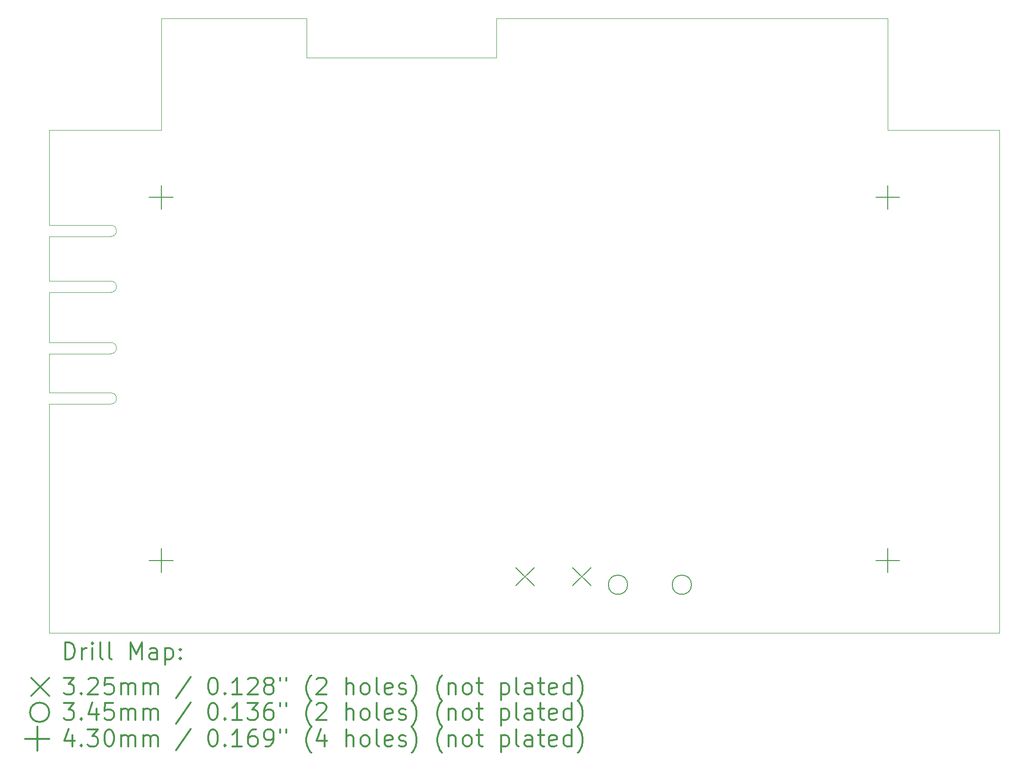
<source format=gbr>
%FSLAX45Y45*%
G04 Gerber Fmt 4.5, Leading zero omitted, Abs format (unit mm)*
G04 Created by KiCad (PCBNEW (5.1.9)-1) date 2021-04-25 02:37:30*
%MOMM*%
%LPD*%
G01*
G04 APERTURE LIST*
%TA.AperFunction,Profile*%
%ADD10C,0.050000*%
%TD*%
%ADD11C,0.200000*%
%ADD12C,0.300000*%
G04 APERTURE END LIST*
D10*
X6100000Y-9800000D02*
G75*
G02*
X6100000Y-10000000I0J-100000D01*
G01*
X6100000Y-10700000D02*
G75*
G02*
X6100000Y-10900000I0J-100000D01*
G01*
X6100000Y-10900000D02*
X5000000Y-10900000D01*
X5000000Y-10700000D02*
X6100000Y-10700000D01*
X5000000Y-10000000D02*
X5000000Y-10700000D01*
X6100000Y-10000000D02*
X5000000Y-10000000D01*
X5000000Y-9800000D02*
X6100000Y-9800000D01*
X6100000Y-7700000D02*
G75*
G02*
X6100000Y-7900000I0J-100000D01*
G01*
X6100000Y-8700000D02*
G75*
G02*
X6100000Y-8900000I0J-100000D01*
G01*
X6100000Y-8900000D02*
X5000000Y-8900000D01*
X5000000Y-8700000D02*
X6100000Y-8700000D01*
X6100000Y-7700000D02*
X5000000Y-7700000D01*
X5000000Y-7900000D02*
X6100000Y-7900000D01*
X5000000Y-8700000D02*
X5000000Y-7900000D01*
X5000000Y-9800000D02*
X5000000Y-8900000D01*
X5000000Y-7700000D02*
X5000000Y-6000000D01*
X13000000Y-4700000D02*
X13000000Y-4000000D01*
X9600000Y-4700000D02*
X13000000Y-4700000D01*
X9600000Y-4000000D02*
X9600000Y-4700000D01*
X13000000Y-4000000D02*
X20000000Y-4000000D01*
X20000000Y-6000000D02*
X22000000Y-6000000D01*
X20000000Y-4000000D02*
X20000000Y-6000000D01*
X7000000Y-4000000D02*
X9600000Y-4000000D01*
X7000000Y-6000000D02*
X7000000Y-4000000D01*
X5000000Y-6000000D02*
X7000000Y-6000000D01*
X5000000Y-15000000D02*
X5000000Y-10900000D01*
X22000000Y-15000000D02*
X22000000Y-6000000D01*
X5000000Y-15000000D02*
X22000000Y-15000000D01*
D11*
X13346500Y-13826500D02*
X13671500Y-14151500D01*
X13671500Y-13826500D02*
X13346500Y-14151500D01*
X14362500Y-13826500D02*
X14687500Y-14151500D01*
X14687500Y-13826500D02*
X14362500Y-14151500D01*
X15345500Y-14135000D02*
G75*
G03*
X15345500Y-14135000I-172500J0D01*
G01*
X16488500Y-14135000D02*
G75*
G03*
X16488500Y-14135000I-172500J0D01*
G01*
X7000000Y-6985000D02*
X7000000Y-7415000D01*
X6785000Y-7200000D02*
X7215000Y-7200000D01*
X7000000Y-13485000D02*
X7000000Y-13915000D01*
X6785000Y-13700000D02*
X7215000Y-13700000D01*
X20000000Y-6985000D02*
X20000000Y-7415000D01*
X19785000Y-7200000D02*
X20215000Y-7200000D01*
X20000000Y-13485000D02*
X20000000Y-13915000D01*
X19785000Y-13700000D02*
X20215000Y-13700000D01*
D12*
X5283928Y-15468214D02*
X5283928Y-15168214D01*
X5355357Y-15168214D01*
X5398214Y-15182500D01*
X5426786Y-15211071D01*
X5441071Y-15239643D01*
X5455357Y-15296786D01*
X5455357Y-15339643D01*
X5441071Y-15396786D01*
X5426786Y-15425357D01*
X5398214Y-15453929D01*
X5355357Y-15468214D01*
X5283928Y-15468214D01*
X5583928Y-15468214D02*
X5583928Y-15268214D01*
X5583928Y-15325357D02*
X5598214Y-15296786D01*
X5612500Y-15282500D01*
X5641071Y-15268214D01*
X5669643Y-15268214D01*
X5769643Y-15468214D02*
X5769643Y-15268214D01*
X5769643Y-15168214D02*
X5755357Y-15182500D01*
X5769643Y-15196786D01*
X5783928Y-15182500D01*
X5769643Y-15168214D01*
X5769643Y-15196786D01*
X5955357Y-15468214D02*
X5926786Y-15453929D01*
X5912500Y-15425357D01*
X5912500Y-15168214D01*
X6112500Y-15468214D02*
X6083928Y-15453929D01*
X6069643Y-15425357D01*
X6069643Y-15168214D01*
X6455357Y-15468214D02*
X6455357Y-15168214D01*
X6555357Y-15382500D01*
X6655357Y-15168214D01*
X6655357Y-15468214D01*
X6926786Y-15468214D02*
X6926786Y-15311071D01*
X6912500Y-15282500D01*
X6883928Y-15268214D01*
X6826786Y-15268214D01*
X6798214Y-15282500D01*
X6926786Y-15453929D02*
X6898214Y-15468214D01*
X6826786Y-15468214D01*
X6798214Y-15453929D01*
X6783928Y-15425357D01*
X6783928Y-15396786D01*
X6798214Y-15368214D01*
X6826786Y-15353929D01*
X6898214Y-15353929D01*
X6926786Y-15339643D01*
X7069643Y-15268214D02*
X7069643Y-15568214D01*
X7069643Y-15282500D02*
X7098214Y-15268214D01*
X7155357Y-15268214D01*
X7183928Y-15282500D01*
X7198214Y-15296786D01*
X7212500Y-15325357D01*
X7212500Y-15411071D01*
X7198214Y-15439643D01*
X7183928Y-15453929D01*
X7155357Y-15468214D01*
X7098214Y-15468214D01*
X7069643Y-15453929D01*
X7341071Y-15439643D02*
X7355357Y-15453929D01*
X7341071Y-15468214D01*
X7326786Y-15453929D01*
X7341071Y-15439643D01*
X7341071Y-15468214D01*
X7341071Y-15282500D02*
X7355357Y-15296786D01*
X7341071Y-15311071D01*
X7326786Y-15296786D01*
X7341071Y-15282500D01*
X7341071Y-15311071D01*
X4672500Y-15800000D02*
X4997500Y-16125000D01*
X4997500Y-15800000D02*
X4672500Y-16125000D01*
X5255357Y-15798214D02*
X5441071Y-15798214D01*
X5341071Y-15912500D01*
X5383928Y-15912500D01*
X5412500Y-15926786D01*
X5426786Y-15941071D01*
X5441071Y-15969643D01*
X5441071Y-16041071D01*
X5426786Y-16069643D01*
X5412500Y-16083929D01*
X5383928Y-16098214D01*
X5298214Y-16098214D01*
X5269643Y-16083929D01*
X5255357Y-16069643D01*
X5569643Y-16069643D02*
X5583928Y-16083929D01*
X5569643Y-16098214D01*
X5555357Y-16083929D01*
X5569643Y-16069643D01*
X5569643Y-16098214D01*
X5698214Y-15826786D02*
X5712500Y-15812500D01*
X5741071Y-15798214D01*
X5812500Y-15798214D01*
X5841071Y-15812500D01*
X5855357Y-15826786D01*
X5869643Y-15855357D01*
X5869643Y-15883929D01*
X5855357Y-15926786D01*
X5683928Y-16098214D01*
X5869643Y-16098214D01*
X6141071Y-15798214D02*
X5998214Y-15798214D01*
X5983928Y-15941071D01*
X5998214Y-15926786D01*
X6026786Y-15912500D01*
X6098214Y-15912500D01*
X6126786Y-15926786D01*
X6141071Y-15941071D01*
X6155357Y-15969643D01*
X6155357Y-16041071D01*
X6141071Y-16069643D01*
X6126786Y-16083929D01*
X6098214Y-16098214D01*
X6026786Y-16098214D01*
X5998214Y-16083929D01*
X5983928Y-16069643D01*
X6283928Y-16098214D02*
X6283928Y-15898214D01*
X6283928Y-15926786D02*
X6298214Y-15912500D01*
X6326786Y-15898214D01*
X6369643Y-15898214D01*
X6398214Y-15912500D01*
X6412500Y-15941071D01*
X6412500Y-16098214D01*
X6412500Y-15941071D02*
X6426786Y-15912500D01*
X6455357Y-15898214D01*
X6498214Y-15898214D01*
X6526786Y-15912500D01*
X6541071Y-15941071D01*
X6541071Y-16098214D01*
X6683928Y-16098214D02*
X6683928Y-15898214D01*
X6683928Y-15926786D02*
X6698214Y-15912500D01*
X6726786Y-15898214D01*
X6769643Y-15898214D01*
X6798214Y-15912500D01*
X6812500Y-15941071D01*
X6812500Y-16098214D01*
X6812500Y-15941071D02*
X6826786Y-15912500D01*
X6855357Y-15898214D01*
X6898214Y-15898214D01*
X6926786Y-15912500D01*
X6941071Y-15941071D01*
X6941071Y-16098214D01*
X7526786Y-15783929D02*
X7269643Y-16169643D01*
X7912500Y-15798214D02*
X7941071Y-15798214D01*
X7969643Y-15812500D01*
X7983928Y-15826786D01*
X7998214Y-15855357D01*
X8012500Y-15912500D01*
X8012500Y-15983929D01*
X7998214Y-16041071D01*
X7983928Y-16069643D01*
X7969643Y-16083929D01*
X7941071Y-16098214D01*
X7912500Y-16098214D01*
X7883928Y-16083929D01*
X7869643Y-16069643D01*
X7855357Y-16041071D01*
X7841071Y-15983929D01*
X7841071Y-15912500D01*
X7855357Y-15855357D01*
X7869643Y-15826786D01*
X7883928Y-15812500D01*
X7912500Y-15798214D01*
X8141071Y-16069643D02*
X8155357Y-16083929D01*
X8141071Y-16098214D01*
X8126786Y-16083929D01*
X8141071Y-16069643D01*
X8141071Y-16098214D01*
X8441071Y-16098214D02*
X8269643Y-16098214D01*
X8355357Y-16098214D02*
X8355357Y-15798214D01*
X8326786Y-15841071D01*
X8298214Y-15869643D01*
X8269643Y-15883929D01*
X8555357Y-15826786D02*
X8569643Y-15812500D01*
X8598214Y-15798214D01*
X8669643Y-15798214D01*
X8698214Y-15812500D01*
X8712500Y-15826786D01*
X8726786Y-15855357D01*
X8726786Y-15883929D01*
X8712500Y-15926786D01*
X8541071Y-16098214D01*
X8726786Y-16098214D01*
X8898214Y-15926786D02*
X8869643Y-15912500D01*
X8855357Y-15898214D01*
X8841071Y-15869643D01*
X8841071Y-15855357D01*
X8855357Y-15826786D01*
X8869643Y-15812500D01*
X8898214Y-15798214D01*
X8955357Y-15798214D01*
X8983928Y-15812500D01*
X8998214Y-15826786D01*
X9012500Y-15855357D01*
X9012500Y-15869643D01*
X8998214Y-15898214D01*
X8983928Y-15912500D01*
X8955357Y-15926786D01*
X8898214Y-15926786D01*
X8869643Y-15941071D01*
X8855357Y-15955357D01*
X8841071Y-15983929D01*
X8841071Y-16041071D01*
X8855357Y-16069643D01*
X8869643Y-16083929D01*
X8898214Y-16098214D01*
X8955357Y-16098214D01*
X8983928Y-16083929D01*
X8998214Y-16069643D01*
X9012500Y-16041071D01*
X9012500Y-15983929D01*
X8998214Y-15955357D01*
X8983928Y-15941071D01*
X8955357Y-15926786D01*
X9126786Y-15798214D02*
X9126786Y-15855357D01*
X9241071Y-15798214D02*
X9241071Y-15855357D01*
X9683928Y-16212500D02*
X9669643Y-16198214D01*
X9641071Y-16155357D01*
X9626786Y-16126786D01*
X9612500Y-16083929D01*
X9598214Y-16012500D01*
X9598214Y-15955357D01*
X9612500Y-15883929D01*
X9626786Y-15841071D01*
X9641071Y-15812500D01*
X9669643Y-15769643D01*
X9683928Y-15755357D01*
X9783928Y-15826786D02*
X9798214Y-15812500D01*
X9826786Y-15798214D01*
X9898214Y-15798214D01*
X9926786Y-15812500D01*
X9941071Y-15826786D01*
X9955357Y-15855357D01*
X9955357Y-15883929D01*
X9941071Y-15926786D01*
X9769643Y-16098214D01*
X9955357Y-16098214D01*
X10312500Y-16098214D02*
X10312500Y-15798214D01*
X10441071Y-16098214D02*
X10441071Y-15941071D01*
X10426786Y-15912500D01*
X10398214Y-15898214D01*
X10355357Y-15898214D01*
X10326786Y-15912500D01*
X10312500Y-15926786D01*
X10626786Y-16098214D02*
X10598214Y-16083929D01*
X10583928Y-16069643D01*
X10569643Y-16041071D01*
X10569643Y-15955357D01*
X10583928Y-15926786D01*
X10598214Y-15912500D01*
X10626786Y-15898214D01*
X10669643Y-15898214D01*
X10698214Y-15912500D01*
X10712500Y-15926786D01*
X10726786Y-15955357D01*
X10726786Y-16041071D01*
X10712500Y-16069643D01*
X10698214Y-16083929D01*
X10669643Y-16098214D01*
X10626786Y-16098214D01*
X10898214Y-16098214D02*
X10869643Y-16083929D01*
X10855357Y-16055357D01*
X10855357Y-15798214D01*
X11126786Y-16083929D02*
X11098214Y-16098214D01*
X11041071Y-16098214D01*
X11012500Y-16083929D01*
X10998214Y-16055357D01*
X10998214Y-15941071D01*
X11012500Y-15912500D01*
X11041071Y-15898214D01*
X11098214Y-15898214D01*
X11126786Y-15912500D01*
X11141071Y-15941071D01*
X11141071Y-15969643D01*
X10998214Y-15998214D01*
X11255357Y-16083929D02*
X11283928Y-16098214D01*
X11341071Y-16098214D01*
X11369643Y-16083929D01*
X11383928Y-16055357D01*
X11383928Y-16041071D01*
X11369643Y-16012500D01*
X11341071Y-15998214D01*
X11298214Y-15998214D01*
X11269643Y-15983929D01*
X11255357Y-15955357D01*
X11255357Y-15941071D01*
X11269643Y-15912500D01*
X11298214Y-15898214D01*
X11341071Y-15898214D01*
X11369643Y-15912500D01*
X11483928Y-16212500D02*
X11498214Y-16198214D01*
X11526786Y-16155357D01*
X11541071Y-16126786D01*
X11555357Y-16083929D01*
X11569643Y-16012500D01*
X11569643Y-15955357D01*
X11555357Y-15883929D01*
X11541071Y-15841071D01*
X11526786Y-15812500D01*
X11498214Y-15769643D01*
X11483928Y-15755357D01*
X12026786Y-16212500D02*
X12012500Y-16198214D01*
X11983928Y-16155357D01*
X11969643Y-16126786D01*
X11955357Y-16083929D01*
X11941071Y-16012500D01*
X11941071Y-15955357D01*
X11955357Y-15883929D01*
X11969643Y-15841071D01*
X11983928Y-15812500D01*
X12012500Y-15769643D01*
X12026786Y-15755357D01*
X12141071Y-15898214D02*
X12141071Y-16098214D01*
X12141071Y-15926786D02*
X12155357Y-15912500D01*
X12183928Y-15898214D01*
X12226786Y-15898214D01*
X12255357Y-15912500D01*
X12269643Y-15941071D01*
X12269643Y-16098214D01*
X12455357Y-16098214D02*
X12426786Y-16083929D01*
X12412500Y-16069643D01*
X12398214Y-16041071D01*
X12398214Y-15955357D01*
X12412500Y-15926786D01*
X12426786Y-15912500D01*
X12455357Y-15898214D01*
X12498214Y-15898214D01*
X12526786Y-15912500D01*
X12541071Y-15926786D01*
X12555357Y-15955357D01*
X12555357Y-16041071D01*
X12541071Y-16069643D01*
X12526786Y-16083929D01*
X12498214Y-16098214D01*
X12455357Y-16098214D01*
X12641071Y-15898214D02*
X12755357Y-15898214D01*
X12683928Y-15798214D02*
X12683928Y-16055357D01*
X12698214Y-16083929D01*
X12726786Y-16098214D01*
X12755357Y-16098214D01*
X13083928Y-15898214D02*
X13083928Y-16198214D01*
X13083928Y-15912500D02*
X13112500Y-15898214D01*
X13169643Y-15898214D01*
X13198214Y-15912500D01*
X13212500Y-15926786D01*
X13226786Y-15955357D01*
X13226786Y-16041071D01*
X13212500Y-16069643D01*
X13198214Y-16083929D01*
X13169643Y-16098214D01*
X13112500Y-16098214D01*
X13083928Y-16083929D01*
X13398214Y-16098214D02*
X13369643Y-16083929D01*
X13355357Y-16055357D01*
X13355357Y-15798214D01*
X13641071Y-16098214D02*
X13641071Y-15941071D01*
X13626786Y-15912500D01*
X13598214Y-15898214D01*
X13541071Y-15898214D01*
X13512500Y-15912500D01*
X13641071Y-16083929D02*
X13612500Y-16098214D01*
X13541071Y-16098214D01*
X13512500Y-16083929D01*
X13498214Y-16055357D01*
X13498214Y-16026786D01*
X13512500Y-15998214D01*
X13541071Y-15983929D01*
X13612500Y-15983929D01*
X13641071Y-15969643D01*
X13741071Y-15898214D02*
X13855357Y-15898214D01*
X13783928Y-15798214D02*
X13783928Y-16055357D01*
X13798214Y-16083929D01*
X13826786Y-16098214D01*
X13855357Y-16098214D01*
X14069643Y-16083929D02*
X14041071Y-16098214D01*
X13983928Y-16098214D01*
X13955357Y-16083929D01*
X13941071Y-16055357D01*
X13941071Y-15941071D01*
X13955357Y-15912500D01*
X13983928Y-15898214D01*
X14041071Y-15898214D01*
X14069643Y-15912500D01*
X14083928Y-15941071D01*
X14083928Y-15969643D01*
X13941071Y-15998214D01*
X14341071Y-16098214D02*
X14341071Y-15798214D01*
X14341071Y-16083929D02*
X14312500Y-16098214D01*
X14255357Y-16098214D01*
X14226786Y-16083929D01*
X14212500Y-16069643D01*
X14198214Y-16041071D01*
X14198214Y-15955357D01*
X14212500Y-15926786D01*
X14226786Y-15912500D01*
X14255357Y-15898214D01*
X14312500Y-15898214D01*
X14341071Y-15912500D01*
X14455357Y-16212500D02*
X14469643Y-16198214D01*
X14498214Y-16155357D01*
X14512500Y-16126786D01*
X14526786Y-16083929D01*
X14541071Y-16012500D01*
X14541071Y-15955357D01*
X14526786Y-15883929D01*
X14512500Y-15841071D01*
X14498214Y-15812500D01*
X14469643Y-15769643D01*
X14455357Y-15755357D01*
X4997500Y-16417500D02*
G75*
G03*
X4997500Y-16417500I-172500J0D01*
G01*
X5255357Y-16253214D02*
X5441071Y-16253214D01*
X5341071Y-16367500D01*
X5383928Y-16367500D01*
X5412500Y-16381786D01*
X5426786Y-16396071D01*
X5441071Y-16424643D01*
X5441071Y-16496071D01*
X5426786Y-16524643D01*
X5412500Y-16538929D01*
X5383928Y-16553214D01*
X5298214Y-16553214D01*
X5269643Y-16538929D01*
X5255357Y-16524643D01*
X5569643Y-16524643D02*
X5583928Y-16538929D01*
X5569643Y-16553214D01*
X5555357Y-16538929D01*
X5569643Y-16524643D01*
X5569643Y-16553214D01*
X5841071Y-16353214D02*
X5841071Y-16553214D01*
X5769643Y-16238929D02*
X5698214Y-16453214D01*
X5883928Y-16453214D01*
X6141071Y-16253214D02*
X5998214Y-16253214D01*
X5983928Y-16396071D01*
X5998214Y-16381786D01*
X6026786Y-16367500D01*
X6098214Y-16367500D01*
X6126786Y-16381786D01*
X6141071Y-16396071D01*
X6155357Y-16424643D01*
X6155357Y-16496071D01*
X6141071Y-16524643D01*
X6126786Y-16538929D01*
X6098214Y-16553214D01*
X6026786Y-16553214D01*
X5998214Y-16538929D01*
X5983928Y-16524643D01*
X6283928Y-16553214D02*
X6283928Y-16353214D01*
X6283928Y-16381786D02*
X6298214Y-16367500D01*
X6326786Y-16353214D01*
X6369643Y-16353214D01*
X6398214Y-16367500D01*
X6412500Y-16396071D01*
X6412500Y-16553214D01*
X6412500Y-16396071D02*
X6426786Y-16367500D01*
X6455357Y-16353214D01*
X6498214Y-16353214D01*
X6526786Y-16367500D01*
X6541071Y-16396071D01*
X6541071Y-16553214D01*
X6683928Y-16553214D02*
X6683928Y-16353214D01*
X6683928Y-16381786D02*
X6698214Y-16367500D01*
X6726786Y-16353214D01*
X6769643Y-16353214D01*
X6798214Y-16367500D01*
X6812500Y-16396071D01*
X6812500Y-16553214D01*
X6812500Y-16396071D02*
X6826786Y-16367500D01*
X6855357Y-16353214D01*
X6898214Y-16353214D01*
X6926786Y-16367500D01*
X6941071Y-16396071D01*
X6941071Y-16553214D01*
X7526786Y-16238929D02*
X7269643Y-16624643D01*
X7912500Y-16253214D02*
X7941071Y-16253214D01*
X7969643Y-16267500D01*
X7983928Y-16281786D01*
X7998214Y-16310357D01*
X8012500Y-16367500D01*
X8012500Y-16438929D01*
X7998214Y-16496071D01*
X7983928Y-16524643D01*
X7969643Y-16538929D01*
X7941071Y-16553214D01*
X7912500Y-16553214D01*
X7883928Y-16538929D01*
X7869643Y-16524643D01*
X7855357Y-16496071D01*
X7841071Y-16438929D01*
X7841071Y-16367500D01*
X7855357Y-16310357D01*
X7869643Y-16281786D01*
X7883928Y-16267500D01*
X7912500Y-16253214D01*
X8141071Y-16524643D02*
X8155357Y-16538929D01*
X8141071Y-16553214D01*
X8126786Y-16538929D01*
X8141071Y-16524643D01*
X8141071Y-16553214D01*
X8441071Y-16553214D02*
X8269643Y-16553214D01*
X8355357Y-16553214D02*
X8355357Y-16253214D01*
X8326786Y-16296071D01*
X8298214Y-16324643D01*
X8269643Y-16338929D01*
X8541071Y-16253214D02*
X8726786Y-16253214D01*
X8626786Y-16367500D01*
X8669643Y-16367500D01*
X8698214Y-16381786D01*
X8712500Y-16396071D01*
X8726786Y-16424643D01*
X8726786Y-16496071D01*
X8712500Y-16524643D01*
X8698214Y-16538929D01*
X8669643Y-16553214D01*
X8583928Y-16553214D01*
X8555357Y-16538929D01*
X8541071Y-16524643D01*
X8983928Y-16253214D02*
X8926786Y-16253214D01*
X8898214Y-16267500D01*
X8883928Y-16281786D01*
X8855357Y-16324643D01*
X8841071Y-16381786D01*
X8841071Y-16496071D01*
X8855357Y-16524643D01*
X8869643Y-16538929D01*
X8898214Y-16553214D01*
X8955357Y-16553214D01*
X8983928Y-16538929D01*
X8998214Y-16524643D01*
X9012500Y-16496071D01*
X9012500Y-16424643D01*
X8998214Y-16396071D01*
X8983928Y-16381786D01*
X8955357Y-16367500D01*
X8898214Y-16367500D01*
X8869643Y-16381786D01*
X8855357Y-16396071D01*
X8841071Y-16424643D01*
X9126786Y-16253214D02*
X9126786Y-16310357D01*
X9241071Y-16253214D02*
X9241071Y-16310357D01*
X9683928Y-16667500D02*
X9669643Y-16653214D01*
X9641071Y-16610357D01*
X9626786Y-16581786D01*
X9612500Y-16538929D01*
X9598214Y-16467500D01*
X9598214Y-16410357D01*
X9612500Y-16338929D01*
X9626786Y-16296071D01*
X9641071Y-16267500D01*
X9669643Y-16224643D01*
X9683928Y-16210357D01*
X9783928Y-16281786D02*
X9798214Y-16267500D01*
X9826786Y-16253214D01*
X9898214Y-16253214D01*
X9926786Y-16267500D01*
X9941071Y-16281786D01*
X9955357Y-16310357D01*
X9955357Y-16338929D01*
X9941071Y-16381786D01*
X9769643Y-16553214D01*
X9955357Y-16553214D01*
X10312500Y-16553214D02*
X10312500Y-16253214D01*
X10441071Y-16553214D02*
X10441071Y-16396071D01*
X10426786Y-16367500D01*
X10398214Y-16353214D01*
X10355357Y-16353214D01*
X10326786Y-16367500D01*
X10312500Y-16381786D01*
X10626786Y-16553214D02*
X10598214Y-16538929D01*
X10583928Y-16524643D01*
X10569643Y-16496071D01*
X10569643Y-16410357D01*
X10583928Y-16381786D01*
X10598214Y-16367500D01*
X10626786Y-16353214D01*
X10669643Y-16353214D01*
X10698214Y-16367500D01*
X10712500Y-16381786D01*
X10726786Y-16410357D01*
X10726786Y-16496071D01*
X10712500Y-16524643D01*
X10698214Y-16538929D01*
X10669643Y-16553214D01*
X10626786Y-16553214D01*
X10898214Y-16553214D02*
X10869643Y-16538929D01*
X10855357Y-16510357D01*
X10855357Y-16253214D01*
X11126786Y-16538929D02*
X11098214Y-16553214D01*
X11041071Y-16553214D01*
X11012500Y-16538929D01*
X10998214Y-16510357D01*
X10998214Y-16396071D01*
X11012500Y-16367500D01*
X11041071Y-16353214D01*
X11098214Y-16353214D01*
X11126786Y-16367500D01*
X11141071Y-16396071D01*
X11141071Y-16424643D01*
X10998214Y-16453214D01*
X11255357Y-16538929D02*
X11283928Y-16553214D01*
X11341071Y-16553214D01*
X11369643Y-16538929D01*
X11383928Y-16510357D01*
X11383928Y-16496071D01*
X11369643Y-16467500D01*
X11341071Y-16453214D01*
X11298214Y-16453214D01*
X11269643Y-16438929D01*
X11255357Y-16410357D01*
X11255357Y-16396071D01*
X11269643Y-16367500D01*
X11298214Y-16353214D01*
X11341071Y-16353214D01*
X11369643Y-16367500D01*
X11483928Y-16667500D02*
X11498214Y-16653214D01*
X11526786Y-16610357D01*
X11541071Y-16581786D01*
X11555357Y-16538929D01*
X11569643Y-16467500D01*
X11569643Y-16410357D01*
X11555357Y-16338929D01*
X11541071Y-16296071D01*
X11526786Y-16267500D01*
X11498214Y-16224643D01*
X11483928Y-16210357D01*
X12026786Y-16667500D02*
X12012500Y-16653214D01*
X11983928Y-16610357D01*
X11969643Y-16581786D01*
X11955357Y-16538929D01*
X11941071Y-16467500D01*
X11941071Y-16410357D01*
X11955357Y-16338929D01*
X11969643Y-16296071D01*
X11983928Y-16267500D01*
X12012500Y-16224643D01*
X12026786Y-16210357D01*
X12141071Y-16353214D02*
X12141071Y-16553214D01*
X12141071Y-16381786D02*
X12155357Y-16367500D01*
X12183928Y-16353214D01*
X12226786Y-16353214D01*
X12255357Y-16367500D01*
X12269643Y-16396071D01*
X12269643Y-16553214D01*
X12455357Y-16553214D02*
X12426786Y-16538929D01*
X12412500Y-16524643D01*
X12398214Y-16496071D01*
X12398214Y-16410357D01*
X12412500Y-16381786D01*
X12426786Y-16367500D01*
X12455357Y-16353214D01*
X12498214Y-16353214D01*
X12526786Y-16367500D01*
X12541071Y-16381786D01*
X12555357Y-16410357D01*
X12555357Y-16496071D01*
X12541071Y-16524643D01*
X12526786Y-16538929D01*
X12498214Y-16553214D01*
X12455357Y-16553214D01*
X12641071Y-16353214D02*
X12755357Y-16353214D01*
X12683928Y-16253214D02*
X12683928Y-16510357D01*
X12698214Y-16538929D01*
X12726786Y-16553214D01*
X12755357Y-16553214D01*
X13083928Y-16353214D02*
X13083928Y-16653214D01*
X13083928Y-16367500D02*
X13112500Y-16353214D01*
X13169643Y-16353214D01*
X13198214Y-16367500D01*
X13212500Y-16381786D01*
X13226786Y-16410357D01*
X13226786Y-16496071D01*
X13212500Y-16524643D01*
X13198214Y-16538929D01*
X13169643Y-16553214D01*
X13112500Y-16553214D01*
X13083928Y-16538929D01*
X13398214Y-16553214D02*
X13369643Y-16538929D01*
X13355357Y-16510357D01*
X13355357Y-16253214D01*
X13641071Y-16553214D02*
X13641071Y-16396071D01*
X13626786Y-16367500D01*
X13598214Y-16353214D01*
X13541071Y-16353214D01*
X13512500Y-16367500D01*
X13641071Y-16538929D02*
X13612500Y-16553214D01*
X13541071Y-16553214D01*
X13512500Y-16538929D01*
X13498214Y-16510357D01*
X13498214Y-16481786D01*
X13512500Y-16453214D01*
X13541071Y-16438929D01*
X13612500Y-16438929D01*
X13641071Y-16424643D01*
X13741071Y-16353214D02*
X13855357Y-16353214D01*
X13783928Y-16253214D02*
X13783928Y-16510357D01*
X13798214Y-16538929D01*
X13826786Y-16553214D01*
X13855357Y-16553214D01*
X14069643Y-16538929D02*
X14041071Y-16553214D01*
X13983928Y-16553214D01*
X13955357Y-16538929D01*
X13941071Y-16510357D01*
X13941071Y-16396071D01*
X13955357Y-16367500D01*
X13983928Y-16353214D01*
X14041071Y-16353214D01*
X14069643Y-16367500D01*
X14083928Y-16396071D01*
X14083928Y-16424643D01*
X13941071Y-16453214D01*
X14341071Y-16553214D02*
X14341071Y-16253214D01*
X14341071Y-16538929D02*
X14312500Y-16553214D01*
X14255357Y-16553214D01*
X14226786Y-16538929D01*
X14212500Y-16524643D01*
X14198214Y-16496071D01*
X14198214Y-16410357D01*
X14212500Y-16381786D01*
X14226786Y-16367500D01*
X14255357Y-16353214D01*
X14312500Y-16353214D01*
X14341071Y-16367500D01*
X14455357Y-16667500D02*
X14469643Y-16653214D01*
X14498214Y-16610357D01*
X14512500Y-16581786D01*
X14526786Y-16538929D01*
X14541071Y-16467500D01*
X14541071Y-16410357D01*
X14526786Y-16338929D01*
X14512500Y-16296071D01*
X14498214Y-16267500D01*
X14469643Y-16224643D01*
X14455357Y-16210357D01*
X4782500Y-16677500D02*
X4782500Y-17107500D01*
X4567500Y-16892500D02*
X4997500Y-16892500D01*
X5412500Y-16828214D02*
X5412500Y-17028214D01*
X5341071Y-16713929D02*
X5269643Y-16928214D01*
X5455357Y-16928214D01*
X5569643Y-16999643D02*
X5583928Y-17013929D01*
X5569643Y-17028214D01*
X5555357Y-17013929D01*
X5569643Y-16999643D01*
X5569643Y-17028214D01*
X5683928Y-16728214D02*
X5869643Y-16728214D01*
X5769643Y-16842500D01*
X5812500Y-16842500D01*
X5841071Y-16856786D01*
X5855357Y-16871072D01*
X5869643Y-16899643D01*
X5869643Y-16971072D01*
X5855357Y-16999643D01*
X5841071Y-17013929D01*
X5812500Y-17028214D01*
X5726786Y-17028214D01*
X5698214Y-17013929D01*
X5683928Y-16999643D01*
X6055357Y-16728214D02*
X6083928Y-16728214D01*
X6112500Y-16742500D01*
X6126786Y-16756786D01*
X6141071Y-16785357D01*
X6155357Y-16842500D01*
X6155357Y-16913929D01*
X6141071Y-16971072D01*
X6126786Y-16999643D01*
X6112500Y-17013929D01*
X6083928Y-17028214D01*
X6055357Y-17028214D01*
X6026786Y-17013929D01*
X6012500Y-16999643D01*
X5998214Y-16971072D01*
X5983928Y-16913929D01*
X5983928Y-16842500D01*
X5998214Y-16785357D01*
X6012500Y-16756786D01*
X6026786Y-16742500D01*
X6055357Y-16728214D01*
X6283928Y-17028214D02*
X6283928Y-16828214D01*
X6283928Y-16856786D02*
X6298214Y-16842500D01*
X6326786Y-16828214D01*
X6369643Y-16828214D01*
X6398214Y-16842500D01*
X6412500Y-16871072D01*
X6412500Y-17028214D01*
X6412500Y-16871072D02*
X6426786Y-16842500D01*
X6455357Y-16828214D01*
X6498214Y-16828214D01*
X6526786Y-16842500D01*
X6541071Y-16871072D01*
X6541071Y-17028214D01*
X6683928Y-17028214D02*
X6683928Y-16828214D01*
X6683928Y-16856786D02*
X6698214Y-16842500D01*
X6726786Y-16828214D01*
X6769643Y-16828214D01*
X6798214Y-16842500D01*
X6812500Y-16871072D01*
X6812500Y-17028214D01*
X6812500Y-16871072D02*
X6826786Y-16842500D01*
X6855357Y-16828214D01*
X6898214Y-16828214D01*
X6926786Y-16842500D01*
X6941071Y-16871072D01*
X6941071Y-17028214D01*
X7526786Y-16713929D02*
X7269643Y-17099643D01*
X7912500Y-16728214D02*
X7941071Y-16728214D01*
X7969643Y-16742500D01*
X7983928Y-16756786D01*
X7998214Y-16785357D01*
X8012500Y-16842500D01*
X8012500Y-16913929D01*
X7998214Y-16971072D01*
X7983928Y-16999643D01*
X7969643Y-17013929D01*
X7941071Y-17028214D01*
X7912500Y-17028214D01*
X7883928Y-17013929D01*
X7869643Y-16999643D01*
X7855357Y-16971072D01*
X7841071Y-16913929D01*
X7841071Y-16842500D01*
X7855357Y-16785357D01*
X7869643Y-16756786D01*
X7883928Y-16742500D01*
X7912500Y-16728214D01*
X8141071Y-16999643D02*
X8155357Y-17013929D01*
X8141071Y-17028214D01*
X8126786Y-17013929D01*
X8141071Y-16999643D01*
X8141071Y-17028214D01*
X8441071Y-17028214D02*
X8269643Y-17028214D01*
X8355357Y-17028214D02*
X8355357Y-16728214D01*
X8326786Y-16771071D01*
X8298214Y-16799643D01*
X8269643Y-16813929D01*
X8698214Y-16728214D02*
X8641071Y-16728214D01*
X8612500Y-16742500D01*
X8598214Y-16756786D01*
X8569643Y-16799643D01*
X8555357Y-16856786D01*
X8555357Y-16971072D01*
X8569643Y-16999643D01*
X8583928Y-17013929D01*
X8612500Y-17028214D01*
X8669643Y-17028214D01*
X8698214Y-17013929D01*
X8712500Y-16999643D01*
X8726786Y-16971072D01*
X8726786Y-16899643D01*
X8712500Y-16871072D01*
X8698214Y-16856786D01*
X8669643Y-16842500D01*
X8612500Y-16842500D01*
X8583928Y-16856786D01*
X8569643Y-16871072D01*
X8555357Y-16899643D01*
X8869643Y-17028214D02*
X8926786Y-17028214D01*
X8955357Y-17013929D01*
X8969643Y-16999643D01*
X8998214Y-16956786D01*
X9012500Y-16899643D01*
X9012500Y-16785357D01*
X8998214Y-16756786D01*
X8983928Y-16742500D01*
X8955357Y-16728214D01*
X8898214Y-16728214D01*
X8869643Y-16742500D01*
X8855357Y-16756786D01*
X8841071Y-16785357D01*
X8841071Y-16856786D01*
X8855357Y-16885357D01*
X8869643Y-16899643D01*
X8898214Y-16913929D01*
X8955357Y-16913929D01*
X8983928Y-16899643D01*
X8998214Y-16885357D01*
X9012500Y-16856786D01*
X9126786Y-16728214D02*
X9126786Y-16785357D01*
X9241071Y-16728214D02*
X9241071Y-16785357D01*
X9683928Y-17142500D02*
X9669643Y-17128214D01*
X9641071Y-17085357D01*
X9626786Y-17056786D01*
X9612500Y-17013929D01*
X9598214Y-16942500D01*
X9598214Y-16885357D01*
X9612500Y-16813929D01*
X9626786Y-16771071D01*
X9641071Y-16742500D01*
X9669643Y-16699643D01*
X9683928Y-16685357D01*
X9926786Y-16828214D02*
X9926786Y-17028214D01*
X9855357Y-16713929D02*
X9783928Y-16928214D01*
X9969643Y-16928214D01*
X10312500Y-17028214D02*
X10312500Y-16728214D01*
X10441071Y-17028214D02*
X10441071Y-16871072D01*
X10426786Y-16842500D01*
X10398214Y-16828214D01*
X10355357Y-16828214D01*
X10326786Y-16842500D01*
X10312500Y-16856786D01*
X10626786Y-17028214D02*
X10598214Y-17013929D01*
X10583928Y-16999643D01*
X10569643Y-16971072D01*
X10569643Y-16885357D01*
X10583928Y-16856786D01*
X10598214Y-16842500D01*
X10626786Y-16828214D01*
X10669643Y-16828214D01*
X10698214Y-16842500D01*
X10712500Y-16856786D01*
X10726786Y-16885357D01*
X10726786Y-16971072D01*
X10712500Y-16999643D01*
X10698214Y-17013929D01*
X10669643Y-17028214D01*
X10626786Y-17028214D01*
X10898214Y-17028214D02*
X10869643Y-17013929D01*
X10855357Y-16985357D01*
X10855357Y-16728214D01*
X11126786Y-17013929D02*
X11098214Y-17028214D01*
X11041071Y-17028214D01*
X11012500Y-17013929D01*
X10998214Y-16985357D01*
X10998214Y-16871072D01*
X11012500Y-16842500D01*
X11041071Y-16828214D01*
X11098214Y-16828214D01*
X11126786Y-16842500D01*
X11141071Y-16871072D01*
X11141071Y-16899643D01*
X10998214Y-16928214D01*
X11255357Y-17013929D02*
X11283928Y-17028214D01*
X11341071Y-17028214D01*
X11369643Y-17013929D01*
X11383928Y-16985357D01*
X11383928Y-16971072D01*
X11369643Y-16942500D01*
X11341071Y-16928214D01*
X11298214Y-16928214D01*
X11269643Y-16913929D01*
X11255357Y-16885357D01*
X11255357Y-16871072D01*
X11269643Y-16842500D01*
X11298214Y-16828214D01*
X11341071Y-16828214D01*
X11369643Y-16842500D01*
X11483928Y-17142500D02*
X11498214Y-17128214D01*
X11526786Y-17085357D01*
X11541071Y-17056786D01*
X11555357Y-17013929D01*
X11569643Y-16942500D01*
X11569643Y-16885357D01*
X11555357Y-16813929D01*
X11541071Y-16771071D01*
X11526786Y-16742500D01*
X11498214Y-16699643D01*
X11483928Y-16685357D01*
X12026786Y-17142500D02*
X12012500Y-17128214D01*
X11983928Y-17085357D01*
X11969643Y-17056786D01*
X11955357Y-17013929D01*
X11941071Y-16942500D01*
X11941071Y-16885357D01*
X11955357Y-16813929D01*
X11969643Y-16771071D01*
X11983928Y-16742500D01*
X12012500Y-16699643D01*
X12026786Y-16685357D01*
X12141071Y-16828214D02*
X12141071Y-17028214D01*
X12141071Y-16856786D02*
X12155357Y-16842500D01*
X12183928Y-16828214D01*
X12226786Y-16828214D01*
X12255357Y-16842500D01*
X12269643Y-16871072D01*
X12269643Y-17028214D01*
X12455357Y-17028214D02*
X12426786Y-17013929D01*
X12412500Y-16999643D01*
X12398214Y-16971072D01*
X12398214Y-16885357D01*
X12412500Y-16856786D01*
X12426786Y-16842500D01*
X12455357Y-16828214D01*
X12498214Y-16828214D01*
X12526786Y-16842500D01*
X12541071Y-16856786D01*
X12555357Y-16885357D01*
X12555357Y-16971072D01*
X12541071Y-16999643D01*
X12526786Y-17013929D01*
X12498214Y-17028214D01*
X12455357Y-17028214D01*
X12641071Y-16828214D02*
X12755357Y-16828214D01*
X12683928Y-16728214D02*
X12683928Y-16985357D01*
X12698214Y-17013929D01*
X12726786Y-17028214D01*
X12755357Y-17028214D01*
X13083928Y-16828214D02*
X13083928Y-17128214D01*
X13083928Y-16842500D02*
X13112500Y-16828214D01*
X13169643Y-16828214D01*
X13198214Y-16842500D01*
X13212500Y-16856786D01*
X13226786Y-16885357D01*
X13226786Y-16971072D01*
X13212500Y-16999643D01*
X13198214Y-17013929D01*
X13169643Y-17028214D01*
X13112500Y-17028214D01*
X13083928Y-17013929D01*
X13398214Y-17028214D02*
X13369643Y-17013929D01*
X13355357Y-16985357D01*
X13355357Y-16728214D01*
X13641071Y-17028214D02*
X13641071Y-16871072D01*
X13626786Y-16842500D01*
X13598214Y-16828214D01*
X13541071Y-16828214D01*
X13512500Y-16842500D01*
X13641071Y-17013929D02*
X13612500Y-17028214D01*
X13541071Y-17028214D01*
X13512500Y-17013929D01*
X13498214Y-16985357D01*
X13498214Y-16956786D01*
X13512500Y-16928214D01*
X13541071Y-16913929D01*
X13612500Y-16913929D01*
X13641071Y-16899643D01*
X13741071Y-16828214D02*
X13855357Y-16828214D01*
X13783928Y-16728214D02*
X13783928Y-16985357D01*
X13798214Y-17013929D01*
X13826786Y-17028214D01*
X13855357Y-17028214D01*
X14069643Y-17013929D02*
X14041071Y-17028214D01*
X13983928Y-17028214D01*
X13955357Y-17013929D01*
X13941071Y-16985357D01*
X13941071Y-16871072D01*
X13955357Y-16842500D01*
X13983928Y-16828214D01*
X14041071Y-16828214D01*
X14069643Y-16842500D01*
X14083928Y-16871072D01*
X14083928Y-16899643D01*
X13941071Y-16928214D01*
X14341071Y-17028214D02*
X14341071Y-16728214D01*
X14341071Y-17013929D02*
X14312500Y-17028214D01*
X14255357Y-17028214D01*
X14226786Y-17013929D01*
X14212500Y-16999643D01*
X14198214Y-16971072D01*
X14198214Y-16885357D01*
X14212500Y-16856786D01*
X14226786Y-16842500D01*
X14255357Y-16828214D01*
X14312500Y-16828214D01*
X14341071Y-16842500D01*
X14455357Y-17142500D02*
X14469643Y-17128214D01*
X14498214Y-17085357D01*
X14512500Y-17056786D01*
X14526786Y-17013929D01*
X14541071Y-16942500D01*
X14541071Y-16885357D01*
X14526786Y-16813929D01*
X14512500Y-16771071D01*
X14498214Y-16742500D01*
X14469643Y-16699643D01*
X14455357Y-16685357D01*
M02*

</source>
